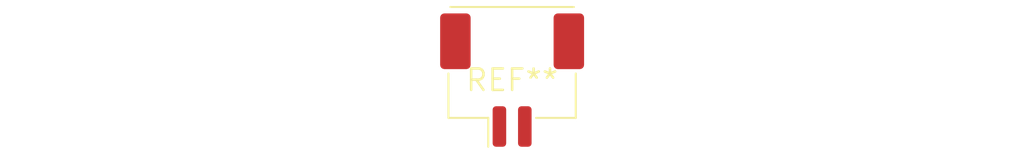
<source format=kicad_pcb>
(kicad_pcb (version 20240108) (generator pcbnew)
  (layers (0 "F.Cu" signal) (31 "B.Cu" signal) (34 "B.Paste" user) (35 "F.Paste" user) (36 "B.SilkS" user "B.Silkscreen") (37 "F.SilkS" user "F.Silkscreen") (38 "B.Mask" user) (39 "F.Mask" user) (44 "Edge.Cuts" user))
  (net 0 "")
  (footprint "Molex_CLIK-Mate_505405-0270_1x02-1MP_P1.50mm_Vertical" (layer "F.Cu") (at 0 0)
    (property "Reference" "REF**")
    (property "Value" "Molex_CLIK-Mate_505405-0270_1x02-1MP_P1.50mm_Vertical")
    (fp_line (start -3.76 -0.39) (end -3.76 2.24) (layer "F.SilkS") (stroke (width 0.12)))
    (fp_line (start -3.76 2.24) (end -1.41 2.24) (layer "F.SilkS") (stroke (width 0.12)))
    (fp_line (start -3.65 -4.33) (end 3.65 -4.33) (layer "F.SilkS") (stroke (width 0.12)))
    (fp_line (start -1.41 2.24) (end -1.41 3.95) (layer "F.SilkS") (stroke (width 0.12)))
    (fp_line (start 3.76 -0.39) (end 3.76 2.24) (layer "F.SilkS") (stroke (width 0.12)))
    (fp_line (start 3.76 2.24) (end 1.41 2.24) (layer "F.SilkS") (stroke (width 0.12)))
    (pad "1" smd roundrect (at -0.75 2.75) (size 0.8 2.4) (layers "F.Cu" "F.Paste" "F.Mask"))
    (pad "2" smd roundrect (at 0.75 2.75) (size 0.8 2.4) (layers "F.Cu" "F.Paste" "F.Mask"))
    (pad "MP" smd roundrect (at -3.35 -2.3) (size 1.8 3.3) (layers "F.Cu" "F.Paste" "F.Mask") (roundrect_rratio 0.138889))
    (pad "MP" smd roundrect (at 3.35 -2.3) (size 1.8 3.3) (layers "F.Cu" "F.Paste" "F.Mask") (roundrect_rratio 0.138889))
  )
)
</source>
